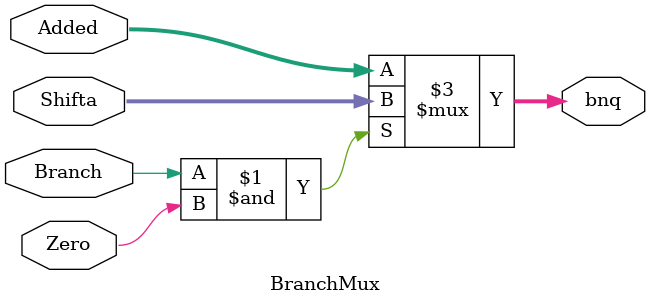
<source format=sv>
module BranchMux #(parameter  WIDTH =32)
(
    input  reg                Branch,  //Control Mux
    input  reg                Zero,    //ALU Zero Signal
    input  reg  [(WIDTH-1):0] Added,   //PC+4
    input  reg  [(WIDTH-1):0] Shifta,  //Shift Added
    output wire [(WIDTH-1):0] bnq      //Write Address
);

    assign bnq = !(Branch & Zero) ? Added:Shifta;  //Multiplexer


endmodule

</source>
